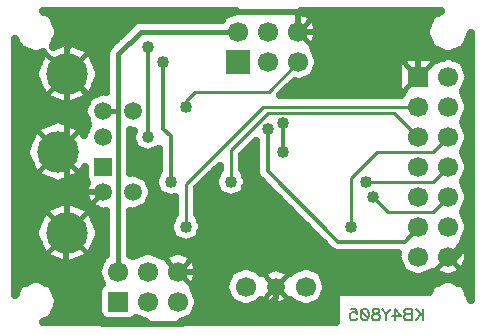
<source format=gbl>
G04 This is an RS-274x file exported by *
G04 gerbv version 2.6A *
G04 More information is available about gerbv at *
G04 http://gerbv.geda-project.org/ *
G04 --End of header info--*
%MOIN*%
%FSLAX34Y34*%
%IPPOS*%
%INKB4Y805__.GBL*%
G04 --Define apertures--*
%ADD10C,0.0100*%
%ADD11C,0.0118*%
%ADD12C,0.0150*%
%ADD13C,0.0157*%
%ADD14C,0.0197*%
%ADD15C,0.0020*%
%ADD16C,0.0250*%
%ADD17C,0.0039*%
%ADD18C,0.0050*%
%ADD19C,0.0079*%
%ADD20C,0.0098*%
%ADD21C,0.1378*%
%ADD22C,0.1438*%
%ADD23C,0.0591*%
%ADD24C,0.0650*%
%ADD25C,0.0669*%
%ADD26C,0.0729*%
%ADD27C,0.0847*%
%AMMACRO28*
1,1,0.078740,0.000000,0.000000*
1,0,0.058740,0.000000,0.000000*
21,1,0.068740,0.005000,0.000000,0.000000,0.000000*
21,1,0.005000,0.068740,0.000000,0.000000,0.000000*
%
%ADD28MACRO28*%
%ADD29R,0.0591X0.0591*%
%ADD30R,0.0600X0.0560*%
%ADD31R,0.0650X0.0650*%
%ADD32R,0.0660X0.0620*%
%ADD33R,0.0669X0.0669*%
%ADD34R,0.0729X0.0729*%
%ADD35R,0.0748X0.0630*%
%ADD36R,0.0787X0.0787*%
%ADD37R,0.0800X0.0260*%
%ADD38R,0.0808X0.0690*%
%ADD39R,0.0847X0.0847*%
%ADD40R,0.0860X0.0320*%
%ADD41C,0.0400*%
%ADD42C,0.0460*%
G04 --Start main section--*
G54D14*
G01X0021300Y0020800D02*
G01X0021250Y0020750D01*
G01X0021250Y0020750D02*
G01X0021250Y0018955D01*
G01X0021300Y0022150D02*
G01X0021300Y0023500D01*
G01X0021300Y0022150D02*
G01X0022500Y0022150D01*
G54D13*
G01X0022500Y0024850D02*
G01X0023000Y0024850D01*
G01X0023000Y0024850D02*
G01X0023000Y0026741D01*
G54D14*
G01X0025750Y0018324D02*
G01X0025750Y0018350D01*
G01X0025750Y0019500D02*
G01X0025000Y0019500D01*
G01X0025750Y0018350D02*
G01X0025750Y0019500D01*
G54D20*
G01X0026750Y0023539D02*
G01X0026750Y0022500D01*
G01X0025250Y0025008D02*
G01X0025250Y0025000D01*
G01X0025250Y0025198D02*
G01X0025250Y0025008D01*
G01X0025552Y0025500D02*
G01X0025250Y0025198D01*
G54D11*
G01X0024500Y0026500D02*
G01X0024500Y0024256D01*
G54D14*
G01X0028250Y0018633D02*
G01X0028250Y0019000D01*
G01X0027967Y0018350D02*
G01X0028250Y0018633D01*
G54D20*
G01X0028000Y0024250D02*
G01X0027986Y0024250D01*
G01X0029000Y0026487D02*
G01X0029000Y0026500D01*
G01X0028013Y0025500D02*
G01X0029000Y0026487D01*
G54D14*
G01X0029000Y0027500D02*
G01X0029750Y0027500D01*
G01X0029000Y0028150D02*
G01X0029000Y0027500D01*
G54D11*
G01X0030337Y0020500D02*
G01X0032546Y0020500D01*
G54D20*
G01X0031500Y0022000D02*
G01X0031500Y0021989D01*
G01X0031500Y0021989D02*
G01X0031989Y0021500D01*
G01X0031626Y0023501D02*
G01X0031624Y0023500D01*
G01X0031617Y0023500D02*
G01X0030750Y0022633D01*
G01X0031617Y0023500D02*
G01X0031624Y0023500D01*
G54D14*
G01X0034000Y0020000D02*
G01X0034245Y0020000D01*
G01X0034245Y0020000D02*
G01X0034750Y0020505D01*
G54D20*
G01X0034000Y0021990D02*
G01X0034000Y0022000D01*
G01X0033510Y0021500D02*
G01X0034000Y0021990D01*
G01X0034000Y0023000D02*
G01X0033500Y0022500D01*
G54D14*
G01X0034750Y0026264D02*
G01X0034264Y0026750D01*
G01X0021300Y0022150D02*
G01X0021300Y0020800D01*
G01X0021250Y0018955D02*
G01X0022455Y0017750D01*
G54D13*
G01X0023000Y0019500D02*
G01X0023000Y0024850D01*
G01X0023759Y0027500D02*
G01X0023000Y0026741D01*
G54D14*
G01X0022513Y0028150D02*
G01X0021300Y0026937D01*
G01X0021300Y0026100D02*
G01X0021300Y0026937D01*
G01X0025176Y0017750D02*
G01X0025750Y0018324D01*
G54D20*
G01X0025250Y0022427D02*
G01X0025250Y0021000D01*
G54D11*
G01X0024750Y0022500D02*
G01X0024750Y0024006D01*
G01X0024750Y0024006D02*
G01X0024500Y0024256D01*
G01X0028500Y0023500D02*
G01X0028500Y0024450D01*
G01X0027986Y0024250D02*
G01X0027992Y0022837D01*
G54D14*
G01X0029750Y0026750D02*
G01X0029750Y0027500D01*
G54D20*
G01X0030749Y0021000D02*
G01X0030750Y0021000D01*
G01X0030750Y0022633D02*
G01X0030750Y0021000D01*
G01X0033507Y0023500D02*
G01X0034000Y0023993D01*
G01X0034000Y0023993D02*
G01X0033987Y0023987D01*
G01X0034000Y0024000D02*
G01X0033987Y0023987D01*
G01X0033987Y0023987D02*
G01X0033500Y0023500D01*
G54D14*
G01X0021300Y0023500D02*
G01X0021300Y0026100D01*
G01X0034750Y0020505D02*
G01X0034750Y0026264D01*
G01X0022455Y0017750D02*
G01X0025176Y0017750D01*
G01X0021300Y0023500D02*
G01X0021000Y0023500D01*
G01X0025750Y0018350D02*
G01X0027967Y0018350D01*
G54D20*
G01X0033500Y0022500D02*
G01X0031250Y0022500D01*
G01X0031989Y0021500D02*
G01X0033510Y0021500D01*
G01X0031624Y0023500D02*
G01X0033500Y0023500D01*
G54D14*
G01X0033000Y0026750D02*
G01X0033000Y0026000D01*
G01X0029750Y0026750D02*
G01X0033000Y0026750D01*
G01X0033000Y0026750D02*
G01X0034264Y0026750D01*
G54D20*
G01X0032200Y0024800D02*
G01X0028011Y0024800D01*
G01X0033000Y0025000D02*
G01X0027823Y0025000D01*
G01X0028013Y0025500D02*
G01X0025552Y0025500D01*
G01X0032996Y0024000D02*
G01X0033000Y0024000D01*
G01X0033000Y0020954D02*
G01X0033000Y0021000D01*
G01X0032200Y0024800D02*
G01X0032996Y0024000D01*
G01X0028011Y0024800D02*
G01X0026750Y0023539D01*
G54D19*
G01X0033176Y0018267D02*
G01X0033176Y0017879D01*
G01X0032918Y0018267D02*
G01X0033176Y0018008D01*
G01X0033084Y0018101D02*
G01X0032918Y0017879D01*
G01X0032789Y0018267D02*
G01X0032789Y0017879D01*
G01X0032789Y0017879D02*
G01X0032623Y0017879D01*
G01X0032623Y0017879D02*
G01X0032567Y0017898D01*
G01X0032567Y0017898D02*
G01X0032549Y0017916D01*
G01X0032549Y0017916D02*
G01X0032530Y0017953D01*
G01X0032530Y0017953D02*
G01X0032530Y0018008D01*
G01X0032530Y0018008D02*
G01X0032549Y0018045D01*
G01X0032549Y0018045D02*
G01X0032567Y0018064D01*
G01X0032567Y0018064D02*
G01X0032623Y0018082D01*
G01X0032623Y0018082D02*
G01X0032567Y0018101D01*
G01X0032567Y0018101D02*
G01X0032549Y0018119D01*
G01X0032549Y0018119D02*
G01X0032530Y0018156D01*
G01X0032530Y0018156D02*
G01X0032530Y0018193D01*
G01X0032530Y0018193D02*
G01X0032549Y0018230D01*
G01X0032549Y0018230D02*
G01X0032567Y0018248D01*
G01X0032567Y0018248D02*
G01X0032623Y0018267D01*
G01X0032623Y0018267D02*
G01X0032789Y0018267D01*
G01X0032789Y0018082D02*
G01X0032623Y0018082D01*
G01X0032235Y0017879D02*
G01X0032235Y0018267D01*
G01X0032235Y0018267D02*
G01X0032420Y0018008D01*
G01X0032420Y0018008D02*
G01X0032143Y0018008D01*
G01X0032087Y0018267D02*
G01X0031940Y0018082D01*
G01X0031940Y0018082D02*
G01X0031940Y0017879D01*
G01X0031792Y0018267D02*
G01X0031940Y0018082D01*
G01X0031626Y0018267D02*
G01X0031681Y0018248D01*
G01X0031681Y0018248D02*
G01X0031700Y0018211D01*
G01X0031700Y0018211D02*
G01X0031700Y0018174D01*
G01X0031700Y0018174D02*
G01X0031681Y0018138D01*
G01X0031681Y0018138D02*
G01X0031644Y0018119D01*
G01X0031644Y0018119D02*
G01X0031571Y0018101D01*
G01X0031571Y0018101D02*
G01X0031515Y0018082D01*
G01X0031515Y0018082D02*
G01X0031478Y0018045D01*
G01X0031478Y0018045D02*
G01X0031460Y0018008D01*
G01X0031460Y0018008D02*
G01X0031460Y0017953D01*
G01X0031460Y0017953D02*
G01X0031478Y0017916D01*
G01X0031478Y0017916D02*
G01X0031497Y0017898D01*
G01X0031497Y0017898D02*
G01X0031552Y0017879D01*
G01X0031552Y0017879D02*
G01X0031626Y0017879D01*
G01X0031626Y0017879D02*
G01X0031681Y0017898D01*
G01X0031681Y0017898D02*
G01X0031700Y0017916D01*
G01X0031700Y0017916D02*
G01X0031718Y0017953D01*
G01X0031718Y0017953D02*
G01X0031718Y0018008D01*
G01X0031718Y0018008D02*
G01X0031700Y0018045D01*
G01X0031700Y0018045D02*
G01X0031663Y0018082D01*
G01X0031663Y0018082D02*
G01X0031608Y0018101D01*
G01X0031608Y0018101D02*
G01X0031534Y0018119D01*
G01X0031534Y0018119D02*
G01X0031497Y0018138D01*
G01X0031497Y0018138D02*
G01X0031478Y0018174D01*
G01X0031478Y0018174D02*
G01X0031478Y0018211D01*
G01X0031478Y0018211D02*
G01X0031497Y0018248D01*
G01X0031497Y0018248D02*
G01X0031552Y0018267D01*
G01X0031552Y0018267D02*
G01X0031626Y0018267D01*
G01X0031238Y0018267D02*
G01X0031294Y0018248D01*
G01X0031294Y0018248D02*
G01X0031331Y0018193D01*
G01X0031331Y0018193D02*
G01X0031349Y0018101D01*
G01X0031349Y0018101D02*
G01X0031349Y0018045D01*
G01X0031349Y0018045D02*
G01X0031331Y0017953D01*
G01X0031331Y0017953D02*
G01X0031294Y0017898D01*
G01X0031294Y0017898D02*
G01X0031238Y0017879D01*
G01X0031238Y0017879D02*
G01X0031201Y0017879D01*
G01X0031201Y0017879D02*
G01X0031146Y0017898D01*
G01X0031146Y0017898D02*
G01X0031109Y0017953D01*
G01X0031109Y0017953D02*
G01X0031091Y0018045D01*
G01X0031091Y0018045D02*
G01X0031091Y0018101D01*
G01X0031091Y0018101D02*
G01X0031109Y0018193D01*
G01X0031109Y0018193D02*
G01X0031146Y0018248D01*
G01X0031146Y0018248D02*
G01X0031201Y0018267D01*
G01X0031201Y0018267D02*
G01X0031238Y0018267D01*
G01X0031109Y0018193D02*
G01X0031331Y0017953D01*
G01X0030759Y0018267D02*
G01X0030943Y0018267D01*
G01X0030943Y0018267D02*
G01X0030962Y0018101D01*
G01X0030962Y0018101D02*
G01X0030943Y0018119D01*
G01X0030943Y0018119D02*
G01X0030888Y0018138D01*
G01X0030888Y0018138D02*
G01X0030832Y0018138D01*
G01X0030832Y0018138D02*
G01X0030777Y0018119D01*
G01X0030777Y0018119D02*
G01X0030740Y0018082D01*
G01X0030740Y0018082D02*
G01X0030722Y0018027D01*
G01X0030722Y0018027D02*
G01X0030722Y0017990D01*
G01X0030722Y0017990D02*
G01X0030740Y0017935D01*
G01X0030740Y0017935D02*
G01X0030777Y0017898D01*
G01X0030777Y0017898D02*
G01X0030832Y0017879D01*
G01X0030832Y0017879D02*
G01X0030888Y0017879D01*
G01X0030888Y0017879D02*
G01X0030943Y0017898D01*
G01X0030943Y0017898D02*
G01X0030962Y0017916D01*
G01X0030962Y0017916D02*
G01X0030980Y0017953D01*
G54D11*
G01X0027992Y0022837D02*
G01X0030337Y0020500D01*
G01X0032546Y0020500D02*
G01X0033000Y0020954D01*
G01X0024000Y0027000D02*
G01X0024000Y0024000D01*
G54D13*
G01X0027000Y0027500D02*
G01X0023759Y0027500D01*
G54D14*
G01X0029000Y0028150D02*
G01X0022513Y0028150D01*
G54D20*
G01X0027823Y0025000D02*
G01X0025250Y0022427D01*
G54D16*
G01X0019572Y0027267D02*
G01X0019572Y0018733D01*
G01X0019572Y0018733D02*
G01X0019702Y0019048D01*
G01X0019702Y0019048D02*
G01X0020250Y0019274D01*
G01X0020250Y0019274D02*
G01X0020798Y0019048D01*
G01X0020798Y0019048D02*
G01X0021024Y0018500D01*
G01X0021024Y0018500D02*
G01X0020798Y0017952D01*
G01X0020798Y0017952D02*
G01X0020483Y0017822D01*
G01X0020483Y0017822D02*
G01X0023922Y0017822D01*
G01X0023922Y0017822D02*
G01X0023596Y0017957D01*
G01X0023596Y0017957D02*
G01X0023581Y0017919D01*
G01X0023581Y0017919D02*
G01X0023399Y0017844D01*
G01X0023399Y0017844D02*
G01X0022601Y0017844D01*
G01X0022601Y0017844D02*
G01X0022419Y0017919D01*
G01X0022419Y0017919D02*
G01X0022344Y0018101D01*
G01X0022344Y0018101D02*
G01X0022344Y0018899D01*
G01X0022344Y0018899D02*
G01X0022419Y0019081D01*
G01X0022419Y0019081D02*
G01X0022457Y0019096D01*
G01X0022457Y0019096D02*
G01X0022289Y0019500D01*
G01X0022289Y0019500D02*
G01X0022498Y0020002D01*
G01X0022498Y0020002D02*
G01X0022599Y0020045D01*
G01X0022599Y0020045D02*
G01X0022599Y0021523D01*
G01X0022599Y0021523D02*
G01X0022500Y0021482D01*
G01X0022500Y0021482D02*
G01X0022028Y0021678D01*
G01X0022028Y0021678D02*
G01X0021832Y0022150D01*
G01X0021832Y0022150D02*
G01X0021960Y0022458D01*
G01X0021960Y0022458D02*
G01X0021958Y0022458D01*
G01X0021958Y0022458D02*
G01X0021883Y0022641D01*
G01X0021883Y0022641D02*
G01X0021883Y0022990D01*
G01X0021883Y0022990D02*
G01X0021774Y0022726D01*
G01X0021774Y0022726D02*
G01X0021000Y0022406D01*
G01X0021000Y0022406D02*
G01X0020226Y0022726D01*
G01X0020226Y0022726D02*
G01X0019906Y0023500D01*
G01X0019906Y0023500D02*
G01X0020226Y0024274D01*
G01X0020226Y0024274D02*
G01X0021000Y0024594D01*
G01X0021000Y0024594D02*
G01X0021774Y0024274D01*
G01X0021774Y0024274D02*
G01X0021859Y0024066D01*
G01X0021859Y0024066D02*
G01X0022008Y0024425D01*
G01X0022008Y0024425D02*
G01X0021832Y0024850D01*
G01X0021832Y0024850D02*
G01X0022020Y0025304D01*
G01X0022020Y0025304D02*
G01X0021300Y0025006D01*
G01X0021300Y0025006D02*
G01X0020526Y0025326D01*
G01X0020526Y0025326D02*
G01X0020206Y0026100D01*
G01X0020206Y0026100D02*
G01X0020509Y0026833D01*
G01X0020509Y0026833D02*
G01X0020250Y0026725D01*
G01X0020250Y0026725D02*
G01X0019702Y0026952D01*
G01X0019702Y0026952D02*
G01X0019572Y0027267D01*
G01X0022074Y0021574D02*
G01X0022394Y0020800D01*
G01X0022394Y0020800D02*
G01X0022074Y0020026D01*
G01X0022074Y0020026D02*
G01X0021300Y0019706D01*
G01X0021300Y0019706D02*
G01X0020526Y0020026D01*
G01X0020526Y0020026D02*
G01X0020206Y0020800D01*
G01X0020206Y0020800D02*
G01X0020526Y0021574D01*
G01X0020526Y0021574D02*
G01X0021300Y0021894D01*
G01X0021300Y0021894D02*
G01X0022074Y0021574D01*
G01X0020483Y0017822D02*
G01X0023922Y0017822D01*
G01X0020821Y0018009D02*
G01X0022382Y0018009D01*
G01X0020899Y0018197D02*
G01X0022344Y0018197D01*
G01X0020977Y0018384D02*
G01X0022344Y0018384D01*
G01X0020995Y0018572D02*
G01X0022344Y0018572D01*
G01X0019572Y0018759D02*
G01X0019583Y0018759D01*
G01X0020917Y0018759D02*
G01X0022344Y0018759D01*
G01X0019572Y0018947D02*
G01X0019661Y0018947D01*
G01X0020839Y0018947D02*
G01X0022363Y0018947D01*
G01X0019572Y0019134D02*
G01X0019912Y0019134D01*
G01X0020588Y0019134D02*
G01X0022441Y0019134D01*
G01X0019572Y0019322D02*
G01X0022363Y0019322D01*
G01X0019572Y0019509D02*
G01X0022293Y0019509D01*
G01X0019572Y0019697D02*
G01X0022371Y0019697D01*
G01X0019572Y0019884D02*
G01X0020869Y0019884D01*
G01X0021731Y0019884D02*
G01X0022449Y0019884D01*
G01X0019572Y0020072D02*
G01X0020507Y0020072D01*
G01X0022092Y0020072D02*
G01X0022599Y0020072D01*
G01X0019572Y0020259D02*
G01X0020430Y0020259D01*
G01X0022170Y0020259D02*
G01X0022599Y0020259D01*
G01X0019572Y0020447D02*
G01X0020352Y0020447D01*
G01X0022248Y0020447D02*
G01X0022599Y0020447D01*
G01X0019572Y0020634D02*
G01X0020274Y0020634D01*
G01X0022325Y0020634D02*
G01X0022599Y0020634D01*
G01X0019572Y0020822D02*
G01X0020215Y0020822D01*
G01X0022385Y0020822D02*
G01X0022599Y0020822D01*
G01X0019572Y0021009D02*
G01X0020293Y0021009D01*
G01X0022307Y0021009D02*
G01X0022599Y0021009D01*
G01X0019572Y0021197D02*
G01X0020370Y0021197D01*
G01X0022230Y0021197D02*
G01X0022599Y0021197D01*
G01X0019572Y0021384D02*
G01X0020448Y0021384D01*
G01X0022152Y0021384D02*
G01X0022599Y0021384D01*
G01X0019572Y0021572D02*
G01X0020526Y0021572D01*
G01X0022074Y0021572D02*
G01X0022283Y0021572D01*
G01X0019572Y0021759D02*
G01X0020975Y0021759D01*
G01X0021625Y0021759D02*
G01X0021994Y0021759D01*
G01X0019572Y0021947D02*
G01X0021916Y0021947D01*
G01X0019572Y0022134D02*
G01X0021839Y0022134D01*
G01X0019572Y0022322D02*
G01X0021903Y0022322D01*
G01X0019572Y0022509D02*
G01X0020750Y0022509D01*
G01X0021250Y0022509D02*
G01X0021937Y0022509D01*
G01X0019572Y0022697D02*
G01X0020298Y0022697D01*
G01X0021702Y0022697D02*
G01X0021883Y0022697D01*
G01X0019572Y0022884D02*
G01X0020161Y0022884D01*
G01X0021839Y0022884D02*
G01X0021883Y0022884D01*
G01X0019572Y0023072D02*
G01X0020083Y0023072D01*
G01X0019572Y0023259D02*
G01X0020006Y0023259D01*
G01X0019572Y0023447D02*
G01X0019928Y0023447D01*
G01X0019572Y0023634D02*
G01X0019962Y0023634D01*
G01X0019572Y0023822D02*
G01X0020039Y0023822D01*
G01X0019572Y0024009D02*
G01X0020117Y0024009D01*
G01X0019572Y0024197D02*
G01X0020195Y0024197D01*
G01X0021805Y0024197D02*
G01X0021914Y0024197D01*
G01X0019572Y0024384D02*
G01X0020494Y0024384D01*
G01X0021506Y0024384D02*
G01X0021991Y0024384D01*
G01X0019572Y0024572D02*
G01X0020946Y0024572D01*
G01X0021054Y0024572D02*
G01X0021947Y0024572D01*
G01X0019572Y0024759D02*
G01X0021870Y0024759D01*
G01X0019572Y0024947D02*
G01X0021872Y0024947D01*
G01X0019572Y0025134D02*
G01X0020990Y0025134D01*
G01X0021610Y0025134D02*
G01X0021950Y0025134D01*
G01X0019572Y0025322D02*
G01X0020537Y0025322D01*
G01X0019572Y0025509D02*
G01X0020451Y0025509D01*
G01X0019572Y0025697D02*
G01X0020373Y0025697D01*
G01X0019572Y0025884D02*
G01X0020295Y0025884D01*
G01X0019572Y0026072D02*
G01X0020218Y0026072D01*
G01X0019572Y0026259D02*
G01X0020272Y0026259D01*
G01X0019572Y0026447D02*
G01X0020350Y0026447D01*
G01X0019572Y0026634D02*
G01X0020427Y0026634D01*
G01X0019572Y0026822D02*
G01X0020017Y0026822D01*
G01X0020483Y0026822D02*
G01X0020505Y0026822D01*
G01X0019572Y0027009D02*
G01X0019679Y0027009D01*
G01X0019572Y0027197D02*
G01X0019601Y0027197D01*
G54D12*
G01X0022352Y0022002D02*
G01X0022028Y0021678D01*
G01X0020956Y0026444D02*
G01X0020509Y0026833D01*
G01X0020956Y0025756D02*
G01X0020526Y0025326D01*
G01X0021644Y0025756D02*
G01X0022020Y0025304D01*
G01X0020656Y0023844D02*
G01X0020226Y0024274D01*
G01X0020656Y0023156D02*
G01X0020226Y0022726D01*
G01X0021344Y0023156D02*
G01X0021774Y0022726D01*
G01X0021344Y0023844D02*
G01X0021774Y0024274D01*
G01X0020956Y0021144D02*
G01X0020526Y0021574D01*
G01X0020956Y0020456D02*
G01X0020526Y0020026D01*
G01X0021644Y0020456D02*
G01X0022074Y0020026D01*
G01X0021644Y0021144D02*
G01X0022074Y0021574D01*
G54D16*
G01X0026922Y0028178D02*
G01X0020483Y0028178D01*
G01X0020483Y0028178D02*
G01X0020798Y0028048D01*
G01X0020798Y0028048D02*
G01X0021024Y0027500D01*
G01X0021024Y0027500D02*
G01X0020814Y0026993D01*
G01X0020814Y0026993D02*
G01X0021300Y0027194D01*
G01X0021300Y0027194D02*
G01X0022074Y0026874D01*
G01X0022074Y0026874D02*
G01X0022394Y0026100D01*
G01X0022394Y0026100D02*
G01X0022081Y0025344D01*
G01X0022081Y0025344D02*
G01X0022500Y0025518D01*
G01X0022500Y0025518D02*
G01X0022599Y0025477D01*
G01X0022599Y0025477D02*
G01X0022599Y0026661D01*
G01X0022599Y0026661D02*
G01X0022599Y0026821D01*
G01X0022599Y0026821D02*
G01X0022660Y0026968D01*
G01X0022660Y0026968D02*
G01X0022773Y0027081D01*
G01X0022773Y0027081D02*
G01X0023419Y0027727D01*
G01X0023419Y0027727D02*
G01X0023532Y0027840D01*
G01X0023532Y0027840D02*
G01X0023679Y0027901D01*
G01X0023679Y0027901D02*
G01X0026455Y0027901D01*
G01X0026455Y0027901D02*
G01X0026498Y0028002D01*
G01X0026498Y0028002D02*
G01X0026922Y0028178D01*
G01X0022159Y0025532D02*
G01X0022599Y0025532D01*
G01X0022236Y0025719D02*
G01X0022599Y0025719D01*
G01X0022314Y0025907D02*
G01X0022599Y0025907D01*
G01X0022392Y0026094D02*
G01X0022599Y0026094D01*
G01X0022319Y0026282D02*
G01X0022599Y0026282D01*
G01X0022241Y0026469D02*
G01X0022599Y0026469D01*
G01X0022163Y0026657D02*
G01X0022599Y0026657D01*
G01X0022086Y0026844D02*
G01X0022609Y0026844D01*
G01X0020831Y0027032D02*
G01X0020909Y0027032D01*
G01X0021691Y0027032D02*
G01X0022724Y0027032D01*
G01X0020908Y0027219D02*
G01X0022912Y0027219D01*
G01X0020986Y0027407D02*
G01X0023099Y0027407D01*
G01X0020985Y0027594D02*
G01X0023287Y0027594D01*
G01X0020908Y0027782D02*
G01X0023474Y0027782D01*
G01X0020830Y0027969D02*
G01X0026484Y0027969D01*
G01X0020534Y0028157D02*
G01X0026871Y0028157D01*
G54D12*
G01X0021644Y0025756D02*
G01X0022081Y0025344D01*
G01X0021644Y0026444D02*
G01X0022074Y0026874D01*
G54D16*
G01X0033767Y0028178D02*
G01X0029078Y0028178D01*
G01X0029078Y0028178D02*
G01X0029502Y0028002D01*
G01X0029502Y0028002D02*
G01X0029711Y0027500D01*
G01X0029711Y0027500D02*
G01X0029503Y0027000D01*
G01X0029503Y0027000D02*
G01X0029711Y0026500D01*
G01X0029711Y0026500D02*
G01X0029502Y0025998D01*
G01X0029502Y0025998D02*
G01X0029000Y0025789D01*
G01X0029000Y0025789D02*
G01X0028878Y0025840D01*
G01X0028878Y0025840D02*
G01X0028409Y0025371D01*
G01X0028409Y0025371D02*
G01X0032443Y0025371D01*
G01X0032443Y0025371D02*
G01X0032457Y0025403D01*
G01X0032457Y0025403D02*
G01X0032419Y0025419D01*
G01X0032419Y0025419D02*
G01X0032344Y0025601D01*
G01X0032344Y0025601D02*
G01X0032344Y0026399D01*
G01X0032344Y0026399D02*
G01X0032419Y0026581D01*
G01X0032419Y0026581D02*
G01X0032601Y0026656D01*
G01X0032601Y0026656D02*
G01X0033399Y0026656D01*
G01X0033399Y0026656D02*
G01X0033581Y0026581D01*
G01X0033581Y0026581D02*
G01X0033596Y0026543D01*
G01X0033596Y0026543D02*
G01X0034000Y0026711D01*
G01X0034000Y0026711D02*
G01X0034502Y0026502D01*
G01X0034502Y0026502D02*
G01X0034711Y0026000D01*
G01X0034711Y0026000D02*
G01X0034503Y0025500D01*
G01X0034503Y0025500D02*
G01X0034711Y0025000D01*
G01X0034711Y0025000D02*
G01X0034503Y0024500D01*
G01X0034503Y0024500D02*
G01X0034711Y0024000D01*
G01X0034711Y0024000D02*
G01X0034503Y0023500D01*
G01X0034503Y0023500D02*
G01X0034711Y0023000D01*
G01X0034711Y0023000D02*
G01X0034503Y0022500D01*
G01X0034503Y0022500D02*
G01X0034711Y0022000D01*
G01X0034711Y0022000D02*
G01X0034503Y0021500D01*
G01X0034503Y0021500D02*
G01X0034711Y0021000D01*
G01X0034711Y0021000D02*
G01X0034503Y0020500D01*
G01X0034503Y0020500D02*
G01X0034711Y0020000D01*
G01X0034711Y0020000D02*
G01X0034502Y0019498D01*
G01X0034502Y0019498D02*
G01X0034000Y0019289D01*
G01X0034000Y0019289D02*
G01X0033500Y0019496D01*
G01X0033500Y0019496D02*
G01X0033000Y0019289D01*
G01X0033000Y0019289D02*
G01X0032498Y0019498D01*
G01X0032498Y0019498D02*
G01X0032289Y0020000D01*
G01X0032289Y0020000D02*
G01X0032339Y0020119D01*
G01X0032339Y0020119D02*
G01X0030337Y0020119D01*
G01X0030337Y0020119D02*
G01X0030262Y0020119D01*
G01X0030262Y0020119D02*
G01X0030262Y0020119D01*
G01X0030262Y0020119D02*
G01X0030261Y0020119D01*
G01X0030261Y0020119D02*
G01X0030191Y0020148D01*
G01X0030191Y0020148D02*
G01X0030122Y0020177D01*
G01X0030122Y0020177D02*
G01X0030122Y0020177D01*
G01X0030122Y0020177D02*
G01X0030121Y0020177D01*
G01X0030121Y0020177D02*
G01X0030068Y0020231D01*
G01X0030068Y0020231D02*
G01X0027723Y0022567D01*
G01X0027723Y0022567D02*
G01X0027669Y0022620D01*
G01X0027669Y0022620D02*
G01X0027669Y0022621D01*
G01X0027669Y0022621D02*
G01X0027669Y0022621D01*
G01X0027669Y0022621D02*
G01X0027640Y0022690D01*
G01X0027640Y0022690D02*
G01X0027611Y0022760D01*
G01X0027611Y0022760D02*
G01X0027611Y0022761D01*
G01X0027611Y0022761D02*
G01X0027611Y0022761D01*
G01X0027611Y0022761D02*
G01X0027611Y0022835D01*
G01X0027611Y0022835D02*
G01X0027607Y0023848D01*
G01X0027607Y0023848D02*
G01X0027601Y0023851D01*
G01X0027601Y0023851D02*
G01X0027597Y0023860D01*
G01X0027597Y0023860D02*
G01X0027121Y0023385D01*
G01X0027121Y0023385D02*
G01X0027121Y0022911D01*
G01X0027121Y0022911D02*
G01X0027149Y0022899D01*
G01X0027149Y0022899D02*
G01X0027315Y0022500D01*
G01X0027315Y0022500D02*
G01X0027149Y0022101D01*
G01X0027149Y0022101D02*
G01X0026750Y0021935D01*
G01X0026750Y0021935D02*
G01X0026351Y0022101D01*
G01X0026351Y0022101D02*
G01X0026185Y0022500D01*
G01X0026185Y0022500D02*
G01X0026351Y0022899D01*
G01X0026351Y0022899D02*
G01X0026379Y0022911D01*
G01X0026379Y0022911D02*
G01X0026379Y0023031D01*
G01X0026379Y0023031D02*
G01X0025621Y0022273D01*
G01X0025621Y0022273D02*
G01X0025621Y0021411D01*
G01X0025621Y0021411D02*
G01X0025649Y0021399D01*
G01X0025649Y0021399D02*
G01X0025815Y0021000D01*
G01X0025815Y0021000D02*
G01X0025649Y0020601D01*
G01X0025649Y0020601D02*
G01X0025250Y0020435D01*
G01X0025250Y0020435D02*
G01X0024851Y0020601D01*
G01X0024851Y0020601D02*
G01X0024685Y0021000D01*
G01X0024685Y0021000D02*
G01X0024851Y0021399D01*
G01X0024851Y0021399D02*
G01X0024879Y0021411D01*
G01X0024879Y0021411D02*
G01X0024879Y0021989D01*
G01X0024879Y0021989D02*
G01X0024750Y0021935D01*
G01X0024750Y0021935D02*
G01X0024351Y0022101D01*
G01X0024351Y0022101D02*
G01X0024185Y0022500D01*
G01X0024185Y0022500D02*
G01X0024351Y0022899D01*
G01X0024351Y0022899D02*
G01X0024369Y0022907D01*
G01X0024369Y0022907D02*
G01X0024369Y0023588D01*
G01X0024369Y0023588D02*
G01X0024000Y0023435D01*
G01X0024000Y0023435D02*
G01X0023601Y0023601D01*
G01X0023601Y0023601D02*
G01X0023435Y0024000D01*
G01X0023435Y0024000D02*
G01X0023513Y0024187D01*
G01X0023513Y0024187D02*
G01X0023500Y0024182D01*
G01X0023500Y0024182D02*
G01X0023401Y0024223D01*
G01X0023401Y0024223D02*
G01X0023401Y0022777D01*
G01X0023401Y0022777D02*
G01X0023500Y0022818D01*
G01X0023500Y0022818D02*
G01X0023972Y0022622D01*
G01X0023972Y0022622D02*
G01X0024168Y0022150D01*
G01X0024168Y0022150D02*
G01X0023972Y0021678D01*
G01X0023972Y0021678D02*
G01X0023500Y0021482D01*
G01X0023500Y0021482D02*
G01X0023401Y0021523D01*
G01X0023401Y0021523D02*
G01X0023401Y0020045D01*
G01X0023401Y0020045D02*
G01X0023500Y0020003D01*
G01X0023500Y0020003D02*
G01X0024000Y0020211D01*
G01X0024000Y0020211D02*
G01X0024500Y0020003D01*
G01X0024500Y0020003D02*
G01X0025000Y0020211D01*
G01X0025000Y0020211D02*
G01X0025502Y0020002D01*
G01X0025502Y0020002D02*
G01X0025711Y0019500D01*
G01X0025711Y0019500D02*
G01X0025503Y0019000D01*
G01X0025503Y0019000D02*
G01X0025711Y0018500D01*
G01X0025711Y0018500D02*
G01X0025502Y0017998D01*
G01X0025502Y0017998D02*
G01X0025078Y0017822D01*
G01X0025078Y0017822D02*
G01X0030268Y0017822D01*
G01X0030268Y0017822D02*
G01X0030268Y0018812D01*
G01X0030268Y0018812D02*
G01X0033355Y0018812D01*
G01X0033355Y0018812D02*
G01X0033452Y0019048D01*
G01X0033452Y0019048D02*
G01X0034000Y0019274D01*
G01X0034000Y0019274D02*
G01X0034548Y0019048D01*
G01X0034548Y0019048D02*
G01X0034750Y0018559D01*
G01X0034750Y0018559D02*
G01X0034750Y0027441D01*
G01X0034750Y0027441D02*
G01X0034548Y0026952D01*
G01X0034548Y0026952D02*
G01X0034000Y0026725D01*
G01X0034000Y0026725D02*
G01X0033452Y0026952D01*
G01X0033452Y0026952D02*
G01X0033225Y0027500D01*
G01X0033225Y0027500D02*
G01X0033452Y0028048D01*
G01X0033452Y0028048D02*
G01X0033767Y0028178D01*
G01X0029752Y0019502D02*
G01X0029961Y0019000D01*
G01X0029961Y0019000D02*
G01X0029752Y0018498D01*
G01X0029752Y0018498D02*
G01X0029250Y0018289D01*
G01X0029250Y0018289D02*
G01X0028748Y0018498D01*
G01X0028748Y0018498D02*
G01X0028729Y0018543D01*
G01X0028729Y0018543D02*
G01X0028722Y0018528D01*
G01X0028722Y0018528D02*
G01X0028250Y0018332D01*
G01X0028250Y0018332D02*
G01X0027778Y0018528D01*
G01X0027778Y0018528D02*
G01X0027771Y0018543D01*
G01X0027771Y0018543D02*
G01X0027752Y0018498D01*
G01X0027752Y0018498D02*
G01X0027250Y0018289D01*
G01X0027250Y0018289D02*
G01X0026748Y0018498D01*
G01X0026748Y0018498D02*
G01X0026539Y0019000D01*
G01X0026539Y0019000D02*
G01X0026748Y0019502D01*
G01X0026748Y0019502D02*
G01X0027250Y0019711D01*
G01X0027250Y0019711D02*
G01X0027752Y0019502D01*
G01X0027752Y0019502D02*
G01X0027771Y0019457D01*
G01X0027771Y0019457D02*
G01X0027778Y0019472D01*
G01X0027778Y0019472D02*
G01X0028250Y0019668D01*
G01X0028250Y0019668D02*
G01X0028722Y0019472D01*
G01X0028722Y0019472D02*
G01X0028729Y0019457D01*
G01X0028729Y0019457D02*
G01X0028748Y0019502D01*
G01X0028748Y0019502D02*
G01X0029250Y0019711D01*
G01X0029250Y0019711D02*
G01X0029752Y0019502D01*
G01X0025078Y0017822D02*
G01X0030268Y0017822D01*
G01X0025507Y0018009D02*
G01X0030268Y0018009D01*
G01X0025585Y0018197D02*
G01X0030268Y0018197D01*
G01X0025663Y0018384D02*
G01X0027021Y0018384D01*
G01X0027479Y0018384D02*
G01X0028124Y0018384D01*
G01X0028376Y0018384D02*
G01X0029021Y0018384D01*
G01X0029479Y0018384D02*
G01X0030268Y0018384D01*
G01X0025681Y0018572D02*
G01X0026717Y0018572D01*
G01X0029783Y0018572D02*
G01X0030268Y0018572D01*
G01X0034745Y0018572D02*
G01X0034750Y0018572D01*
G01X0025603Y0018759D02*
G01X0026639Y0018759D01*
G01X0029861Y0018759D02*
G01X0030268Y0018759D01*
G01X0034667Y0018759D02*
G01X0034750Y0018759D01*
G01X0025525Y0018947D02*
G01X0026561Y0018947D01*
G01X0029939Y0018947D02*
G01X0033411Y0018947D01*
G01X0034589Y0018947D02*
G01X0034750Y0018947D01*
G01X0025559Y0019134D02*
G01X0026595Y0019134D01*
G01X0029905Y0019134D02*
G01X0033662Y0019134D01*
G01X0034338Y0019134D02*
G01X0034750Y0019134D01*
G01X0025637Y0019322D02*
G01X0026673Y0019322D01*
G01X0029827Y0019322D02*
G01X0032922Y0019322D01*
G01X0033078Y0019322D02*
G01X0033922Y0019322D01*
G01X0034078Y0019322D02*
G01X0034750Y0019322D01*
G01X0025707Y0019509D02*
G01X0026764Y0019509D01*
G01X0027736Y0019509D02*
G01X0027867Y0019509D01*
G01X0028633Y0019509D02*
G01X0028764Y0019509D01*
G01X0029736Y0019509D02*
G01X0032493Y0019509D01*
G01X0034507Y0019509D02*
G01X0034750Y0019509D01*
G01X0025629Y0019697D02*
G01X0027217Y0019697D01*
G01X0027283Y0019697D02*
G01X0029217Y0019697D01*
G01X0029283Y0019697D02*
G01X0032415Y0019697D01*
G01X0034585Y0019697D02*
G01X0034750Y0019697D01*
G01X0025551Y0019884D02*
G01X0032337Y0019884D01*
G01X0034663Y0019884D02*
G01X0034750Y0019884D01*
G01X0023401Y0020072D02*
G01X0023665Y0020072D01*
G01X0024335Y0020072D02*
G01X0024665Y0020072D01*
G01X0025335Y0020072D02*
G01X0032319Y0020072D01*
G01X0034681Y0020072D02*
G01X0034750Y0020072D01*
G01X0023401Y0020259D02*
G01X0030039Y0020259D01*
G01X0034603Y0020259D02*
G01X0034750Y0020259D01*
G01X0023401Y0020447D02*
G01X0025222Y0020447D01*
G01X0025278Y0020447D02*
G01X0029851Y0020447D01*
G01X0034525Y0020447D02*
G01X0034750Y0020447D01*
G01X0023401Y0020634D02*
G01X0024837Y0020634D01*
G01X0025663Y0020634D02*
G01X0029663Y0020634D01*
G01X0034559Y0020634D02*
G01X0034750Y0020634D01*
G01X0023401Y0020822D02*
G01X0024759Y0020822D01*
G01X0025741Y0020822D02*
G01X0029475Y0020822D01*
G01X0034637Y0020822D02*
G01X0034750Y0020822D01*
G01X0023401Y0021009D02*
G01X0024689Y0021009D01*
G01X0025811Y0021009D02*
G01X0029286Y0021009D01*
G01X0034707Y0021009D02*
G01X0034750Y0021009D01*
G01X0023401Y0021197D02*
G01X0024767Y0021197D01*
G01X0025733Y0021197D02*
G01X0029098Y0021197D01*
G01X0034629Y0021197D02*
G01X0034750Y0021197D01*
G01X0023401Y0021384D02*
G01X0024844Y0021384D01*
G01X0025656Y0021384D02*
G01X0028910Y0021384D01*
G01X0034551Y0021384D02*
G01X0034750Y0021384D01*
G01X0023717Y0021572D02*
G01X0024879Y0021572D01*
G01X0025621Y0021572D02*
G01X0028722Y0021572D01*
G01X0034533Y0021572D02*
G01X0034750Y0021572D01*
G01X0024006Y0021759D02*
G01X0024879Y0021759D01*
G01X0025621Y0021759D02*
G01X0028534Y0021759D01*
G01X0034611Y0021759D02*
G01X0034750Y0021759D01*
G01X0024084Y0021947D02*
G01X0024722Y0021947D01*
G01X0024778Y0021947D02*
G01X0024879Y0021947D01*
G01X0025621Y0021947D02*
G01X0026722Y0021947D01*
G01X0026778Y0021947D02*
G01X0028346Y0021947D01*
G01X0034689Y0021947D02*
G01X0034750Y0021947D01*
G01X0024161Y0022134D02*
G01X0024337Y0022134D01*
G01X0025621Y0022134D02*
G01X0026337Y0022134D01*
G01X0027163Y0022134D02*
G01X0028157Y0022134D01*
G01X0034655Y0022134D02*
G01X0034750Y0022134D01*
G01X0024097Y0022322D02*
G01X0024259Y0022322D01*
G01X0025670Y0022322D02*
G01X0026259Y0022322D01*
G01X0027241Y0022322D02*
G01X0027969Y0022322D01*
G01X0034577Y0022322D02*
G01X0034750Y0022322D01*
G01X0024019Y0022509D02*
G01X0024189Y0022509D01*
G01X0025857Y0022509D02*
G01X0026189Y0022509D01*
G01X0027311Y0022509D02*
G01X0027781Y0022509D01*
G01X0034507Y0022509D02*
G01X0034750Y0022509D01*
G01X0023792Y0022697D02*
G01X0024267Y0022697D01*
G01X0026045Y0022697D02*
G01X0026267Y0022697D01*
G01X0027233Y0022697D02*
G01X0027637Y0022697D01*
G01X0034585Y0022697D02*
G01X0034750Y0022697D01*
G01X0023401Y0022884D02*
G01X0024344Y0022884D01*
G01X0026232Y0022884D02*
G01X0026344Y0022884D01*
G01X0027156Y0022884D02*
G01X0027610Y0022884D01*
G01X0034663Y0022884D02*
G01X0034750Y0022884D01*
G01X0023401Y0023072D02*
G01X0024369Y0023072D01*
G01X0027121Y0023072D02*
G01X0027610Y0023072D01*
G01X0034681Y0023072D02*
G01X0034750Y0023072D01*
G01X0023401Y0023259D02*
G01X0024369Y0023259D01*
G01X0027121Y0023259D02*
G01X0027609Y0023259D01*
G01X0034603Y0023259D02*
G01X0034750Y0023259D01*
G01X0023401Y0023447D02*
G01X0023972Y0023447D01*
G01X0024028Y0023447D02*
G01X0024369Y0023447D01*
G01X0027183Y0023447D02*
G01X0027608Y0023447D01*
G01X0034525Y0023447D02*
G01X0034750Y0023447D01*
G01X0023401Y0023634D02*
G01X0023587Y0023634D01*
G01X0027371Y0023634D02*
G01X0027608Y0023634D01*
G01X0034559Y0023634D02*
G01X0034750Y0023634D01*
G01X0023401Y0023822D02*
G01X0023509Y0023822D01*
G01X0027558Y0023822D02*
G01X0027607Y0023822D01*
G01X0034637Y0023822D02*
G01X0034750Y0023822D01*
G01X0023401Y0024009D02*
G01X0023439Y0024009D01*
G01X0034707Y0024009D02*
G01X0034750Y0024009D01*
G01X0023401Y0024197D02*
G01X0023464Y0024197D01*
G01X0034629Y0024197D02*
G01X0034750Y0024197D01*
G01X0034551Y0024384D02*
G01X0034750Y0024384D01*
G01X0034533Y0024572D02*
G01X0034750Y0024572D01*
G01X0034611Y0024759D02*
G01X0034750Y0024759D01*
G01X0034689Y0024947D02*
G01X0034750Y0024947D01*
G01X0034655Y0025134D02*
G01X0034750Y0025134D01*
G01X0034577Y0025322D02*
G01X0034750Y0025322D01*
G01X0028547Y0025509D02*
G01X0032382Y0025509D01*
G01X0034507Y0025509D02*
G01X0034750Y0025509D01*
G01X0028735Y0025697D02*
G01X0032344Y0025697D01*
G01X0034585Y0025697D02*
G01X0034750Y0025697D01*
G01X0029229Y0025884D02*
G01X0032344Y0025884D01*
G01X0034663Y0025884D02*
G01X0034750Y0025884D01*
G01X0029533Y0026072D02*
G01X0032344Y0026072D01*
G01X0034681Y0026072D02*
G01X0034750Y0026072D01*
G01X0029611Y0026259D02*
G01X0032344Y0026259D01*
G01X0034603Y0026259D02*
G01X0034750Y0026259D01*
G01X0029689Y0026447D02*
G01X0032363Y0026447D01*
G01X0034525Y0026447D02*
G01X0034750Y0026447D01*
G01X0029655Y0026634D02*
G01X0032548Y0026634D01*
G01X0033452Y0026634D02*
G01X0033816Y0026634D01*
G01X0034184Y0026634D02*
G01X0034750Y0026634D01*
G01X0029577Y0026822D02*
G01X0033767Y0026822D01*
G01X0034233Y0026822D02*
G01X0034750Y0026822D01*
G01X0029507Y0027009D02*
G01X0033429Y0027009D01*
G01X0034571Y0027009D02*
G01X0034750Y0027009D01*
G01X0029585Y0027197D02*
G01X0033351Y0027197D01*
G01X0034649Y0027197D02*
G01X0034750Y0027197D01*
G01X0029663Y0027384D02*
G01X0033273Y0027384D01*
G01X0034727Y0027384D02*
G01X0034750Y0027384D01*
G01X0029681Y0027572D02*
G01X0033255Y0027572D01*
G01X0029603Y0027759D02*
G01X0033333Y0027759D01*
G01X0029525Y0027947D02*
G01X0033411Y0027947D01*
G01X0029184Y0028134D02*
G01X0033662Y0028134D01*
G54D12*
G01X0024833Y0019667D02*
G01X0024494Y0020006D01*
G01X0025167Y0019333D02*
G01X0025506Y0018994D01*
G01X0025167Y0019667D02*
G01X0025502Y0020002D01*
G01X0028398Y0019148D02*
G01X0028722Y0019472D01*
G01X0028102Y0019148D02*
G01X0027778Y0019472D01*
G01X0028102Y0018852D02*
G01X0027778Y0018528D01*
G01X0028398Y0018852D02*
G01X0028722Y0018528D01*
G01X0029167Y0027333D02*
G01X0029506Y0026994D01*
G01X0029167Y0027667D02*
G01X0029502Y0028002D01*
G01X0034167Y0020167D02*
G01X0034506Y0020506D01*
G01X0033833Y0019833D02*
G01X0033500Y0019496D01*
G01X0034167Y0019833D02*
G01X0034502Y0019498D01*
G01X0033260Y0026260D02*
G01X0033581Y0026581D01*
G01X0032740Y0026260D02*
G01X0032419Y0026581D01*
G01X0032740Y0025740D02*
G01X0032419Y0025419D01*
G54D41*
G01X0024750Y0022500D03*
G01X0024500Y0026500D03*
G01X0025250Y0025000D03*
G54D23*
G01X0028250Y0019000D03*
G54D41*
G01X0028500Y0023500D03*
G01X0028500Y0024450D03*
G01X0031250Y0022500D03*
G01X0031500Y0022000D03*
G01X0025250Y0021000D03*
G01X0028000Y0024250D03*
G01X0030750Y0021000D03*
G01X0026750Y0022500D03*
G01X0024000Y0024000D03*
G01X0024000Y0027000D03*
G54D25*
G01X0027000Y0027500D03*
G01X0028000Y0027500D03*
G01X0029000Y0027500D03*
G54D36*
G01X0027000Y0026500D03*
G54D25*
G01X0028000Y0026500D03*
G01X0029000Y0026500D03*
G54D23*
G01X0022500Y0022150D03*
G01X0023500Y0022150D03*
G54D29*
G01X0022500Y0023000D03*
G54D23*
G01X0022500Y0024850D03*
G01X0023500Y0024850D03*
G01X0022500Y0024000D03*
G54D21*
G01X0021000Y0023500D03*
G01X0021300Y0020800D03*
G01X0021300Y0026100D03*
G54D25*
G01X0034000Y0021000D03*
G01X0034000Y0022000D03*
G01X0034000Y0024000D03*
G01X0034000Y0025000D03*
G01X0034000Y0020000D03*
G01X0034000Y0023000D03*
G01X0034000Y0026000D03*
G01X0033000Y0021000D03*
G01X0033000Y0022000D03*
G01X0033000Y0024000D03*
G01X0033000Y0025000D03*
G01X0033000Y0020000D03*
G01X0033000Y0023000D03*
G54D33*
G01X0033000Y0026000D03*
G54D25*
G01X0023000Y0019500D03*
G01X0024000Y0019500D03*
G01X0025000Y0019500D03*
G54D33*
G01X0023000Y0018500D03*
G54D25*
G01X0024000Y0018500D03*
G01X0025000Y0018500D03*
G01X0027250Y0019000D03*
G01X0029250Y0019000D03*
M02*

</source>
